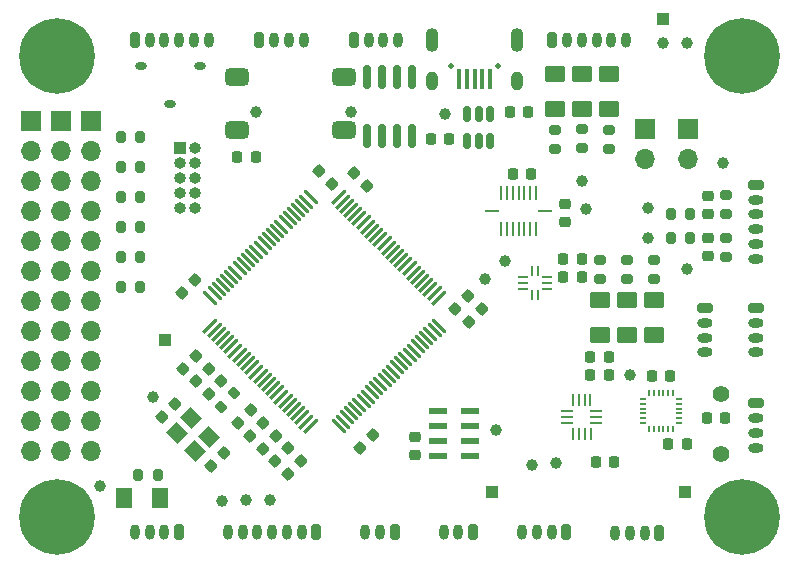
<source format=gts>
G04 #@! TF.GenerationSoftware,KiCad,Pcbnew,7.0.2*
G04 #@! TF.CreationDate,2023-06-10T11:02:38+03:00*
G04 #@! TF.ProjectId,2.0,322e302e-6b69-4636-9164-5f7063625858,2.0*
G04 #@! TF.SameCoordinates,Original*
G04 #@! TF.FileFunction,Soldermask,Top*
G04 #@! TF.FilePolarity,Negative*
%FSLAX46Y46*%
G04 Gerber Fmt 4.6, Leading zero omitted, Abs format (unit mm)*
G04 Created by KiCad (PCBNEW 7.0.2) date 2023-06-10 11:02:38*
%MOMM*%
%LPD*%
G01*
G04 APERTURE LIST*
G04 Aperture macros list*
%AMRoundRect*
0 Rectangle with rounded corners*
0 $1 Rounding radius*
0 $2 $3 $4 $5 $6 $7 $8 $9 X,Y pos of 4 corners*
0 Add a 4 corners polygon primitive as box body*
4,1,4,$2,$3,$4,$5,$6,$7,$8,$9,$2,$3,0*
0 Add four circle primitives for the rounded corners*
1,1,$1+$1,$2,$3*
1,1,$1+$1,$4,$5*
1,1,$1+$1,$6,$7*
1,1,$1+$1,$8,$9*
0 Add four rect primitives between the rounded corners*
20,1,$1+$1,$2,$3,$4,$5,0*
20,1,$1+$1,$4,$5,$6,$7,0*
20,1,$1+$1,$6,$7,$8,$9,0*
20,1,$1+$1,$8,$9,$2,$3,0*%
%AMRotRect*
0 Rectangle, with rotation*
0 The origin of the aperture is its center*
0 $1 length*
0 $2 width*
0 $3 Rotation angle, in degrees counterclockwise*
0 Add horizontal line*
21,1,$1,$2,0,0,$3*%
G04 Aperture macros list end*
%ADD10C,0.500000*%
%ADD11R,0.400000X1.800000*%
%ADD12O,1.090000X2.000000*%
%ADD13O,1.050000X1.600000*%
%ADD14RoundRect,0.200000X0.200000X0.450000X-0.200000X0.450000X-0.200000X-0.450000X0.200000X-0.450000X0*%
%ADD15O,0.800000X1.300000*%
%ADD16RoundRect,0.200000X0.275000X-0.200000X0.275000X0.200000X-0.275000X0.200000X-0.275000X-0.200000X0*%
%ADD17RoundRect,0.200000X-0.200000X-0.450000X0.200000X-0.450000X0.200000X0.450000X-0.200000X0.450000X0*%
%ADD18RoundRect,0.200000X0.200000X0.275000X-0.200000X0.275000X-0.200000X-0.275000X0.200000X-0.275000X0*%
%ADD19C,1.000000*%
%ADD20RoundRect,0.225000X-0.225000X-0.250000X0.225000X-0.250000X0.225000X0.250000X-0.225000X0.250000X0*%
%ADD21R,1.000000X1.000000*%
%ADD22O,1.000000X1.000000*%
%ADD23RoundRect,0.225000X0.017678X-0.335876X0.335876X-0.017678X-0.017678X0.335876X-0.335876X0.017678X0*%
%ADD24RoundRect,0.225000X-0.335876X-0.017678X-0.017678X-0.335876X0.335876X0.017678X0.017678X0.335876X0*%
%ADD25RoundRect,0.200000X-0.450000X0.200000X-0.450000X-0.200000X0.450000X-0.200000X0.450000X0.200000X0*%
%ADD26O,1.300000X0.800000*%
%ADD27RoundRect,0.250001X0.624999X-0.462499X0.624999X0.462499X-0.624999X0.462499X-0.624999X-0.462499X0*%
%ADD28RoundRect,0.225000X0.335876X0.017678X0.017678X0.335876X-0.335876X-0.017678X-0.017678X-0.335876X0*%
%ADD29R,1.700000X1.700000*%
%ADD30O,1.700000X1.700000*%
%ADD31O,1.000000X0.700000*%
%ADD32RoundRect,0.225000X0.225000X0.250000X-0.225000X0.250000X-0.225000X-0.250000X0.225000X-0.250000X0*%
%ADD33C,0.800000*%
%ADD34C,6.400000*%
%ADD35RoundRect,0.375000X0.625000X0.375000X-0.625000X0.375000X-0.625000X-0.375000X0.625000X-0.375000X0*%
%ADD36RoundRect,0.050000X0.050000X-0.225000X0.050000X0.225000X-0.050000X0.225000X-0.050000X-0.225000X0*%
%ADD37RoundRect,0.050000X0.225000X0.050000X-0.225000X0.050000X-0.225000X-0.050000X0.225000X-0.050000X0*%
%ADD38RoundRect,0.250001X-0.462499X-0.624999X0.462499X-0.624999X0.462499X0.624999X-0.462499X0.624999X0*%
%ADD39RoundRect,0.200000X-0.275000X0.200000X-0.275000X-0.200000X0.275000X-0.200000X0.275000X0.200000X0*%
%ADD40RoundRect,0.200000X0.053033X-0.335876X0.335876X-0.053033X-0.053033X0.335876X-0.335876X0.053033X0*%
%ADD41RoundRect,0.075000X-0.459619X-0.565685X0.565685X0.459619X0.459619X0.565685X-0.565685X-0.459619X0*%
%ADD42RoundRect,0.075000X0.459619X-0.565685X0.565685X-0.459619X-0.459619X0.565685X-0.565685X0.459619X0*%
%ADD43RoundRect,0.200000X-0.200000X-0.275000X0.200000X-0.275000X0.200000X0.275000X-0.200000X0.275000X0*%
%ADD44RoundRect,0.225000X-0.017678X0.335876X-0.335876X0.017678X0.017678X-0.335876X0.335876X-0.017678X0*%
%ADD45RoundRect,0.250001X-0.624999X0.462499X-0.624999X-0.462499X0.624999X-0.462499X0.624999X0.462499X0*%
%ADD46RoundRect,0.062500X0.062500X-0.525000X0.062500X0.525000X-0.062500X0.525000X-0.062500X-0.525000X0*%
%ADD47RoundRect,0.062500X-0.525000X-0.062500X0.525000X-0.062500X0.525000X0.062500X-0.525000X0.062500X0*%
%ADD48RoundRect,0.225000X-0.250000X0.225000X-0.250000X-0.225000X0.250000X-0.225000X0.250000X0.225000X0*%
%ADD49RoundRect,0.225000X0.250000X-0.225000X0.250000X0.225000X-0.250000X0.225000X-0.250000X-0.225000X0*%
%ADD50RoundRect,0.062500X-0.062500X0.325000X-0.062500X-0.325000X0.062500X-0.325000X0.062500X0.325000X0*%
%ADD51RoundRect,0.062500X0.325000X0.062500X-0.325000X0.062500X-0.325000X-0.062500X0.325000X-0.062500X0*%
%ADD52C,1.400000*%
%ADD53R,1.500000X0.550000*%
%ADD54R,0.250000X0.975000*%
%ADD55R,0.975000X0.250000*%
%ADD56RotRect,1.400000X1.200000X315.000000*%
%ADD57RoundRect,0.150000X0.150000X-0.825000X0.150000X0.825000X-0.150000X0.825000X-0.150000X-0.825000X0*%
%ADD58RoundRect,0.150000X0.150000X-0.512500X0.150000X0.512500X-0.150000X0.512500X-0.150000X-0.512500X0*%
G04 APERTURE END LIST*
D10*
X111390000Y-60824000D03*
X115390000Y-60824000D03*
D11*
X114690000Y-61924000D03*
X114040000Y-61924000D03*
X113390000Y-61924000D03*
X112740000Y-61924000D03*
X112090000Y-61924000D03*
D12*
X109790000Y-58674000D03*
D13*
X109790000Y-62124000D03*
D12*
X116990000Y-58674000D03*
D13*
X116990000Y-62124000D03*
D14*
X88352000Y-100330000D03*
D15*
X87102000Y-100330000D03*
X85852000Y-100330000D03*
X84602000Y-100330000D03*
D16*
X120142000Y-67881000D03*
X120142000Y-66231000D03*
D17*
X103154000Y-58674000D03*
D15*
X104404000Y-58674000D03*
X105654000Y-58674000D03*
X106904000Y-58674000D03*
D18*
X131635000Y-75398000D03*
X129985000Y-75398000D03*
D19*
X131318000Y-78028800D03*
D20*
X123177000Y-85471000D03*
X124727000Y-85471000D03*
D21*
X88392000Y-67818000D03*
D22*
X89662000Y-67818000D03*
X88392000Y-69088000D03*
X89662000Y-69088000D03*
X88392000Y-70358000D03*
X89662000Y-70358000D03*
X88392000Y-71628000D03*
X89662000Y-71628000D03*
X88392000Y-72898000D03*
X89662000Y-72898000D03*
D20*
X123640500Y-94361000D03*
X125190500Y-94361000D03*
D14*
X129022000Y-100388000D03*
D15*
X127772000Y-100388000D03*
X126522000Y-100388000D03*
X125272000Y-100388000D03*
D20*
X116332000Y-64720000D03*
X117882000Y-64720000D03*
D23*
X86923403Y-90537895D03*
X88019419Y-89441879D03*
D24*
X103147262Y-69935632D03*
X104243278Y-71031648D03*
D19*
X118237000Y-94615000D03*
D25*
X132842000Y-81340000D03*
D26*
X132842000Y-82590000D03*
X132842000Y-83840000D03*
X132842000Y-85090000D03*
D27*
X128524000Y-83620000D03*
X128524000Y-80645000D03*
D19*
X91948000Y-97637600D03*
D17*
X95153000Y-58674000D03*
D15*
X96403000Y-58674000D03*
X97653000Y-58674000D03*
X98903000Y-58674000D03*
D14*
X113254000Y-100330000D03*
D15*
X112004000Y-100330000D03*
X110754000Y-100330000D03*
D28*
X95471618Y-93238336D03*
X94375602Y-92142320D03*
D20*
X123177000Y-86995000D03*
X124727000Y-86995000D03*
D18*
X85069000Y-66852000D03*
X83419000Y-66852000D03*
D14*
X121138000Y-100330000D03*
D15*
X119888000Y-100330000D03*
X118638000Y-100330000D03*
X117388000Y-100330000D03*
D25*
X137160000Y-81340000D03*
D26*
X137160000Y-82590000D03*
X137160000Y-83840000D03*
X137160000Y-85090000D03*
D19*
X86106000Y-88900000D03*
D29*
X80900000Y-65525000D03*
D30*
X80900000Y-68065000D03*
X80900000Y-70605000D03*
X80900000Y-73145000D03*
X80900000Y-75685000D03*
X80900000Y-78225000D03*
X80900000Y-80765000D03*
X80900000Y-83305000D03*
X80900000Y-85845000D03*
X80900000Y-88385000D03*
X80900000Y-90925000D03*
X80900000Y-93465000D03*
D21*
X87122000Y-84074000D03*
D27*
X123952000Y-83620000D03*
X123952000Y-80645000D03*
D19*
X134366000Y-69027000D03*
D31*
X90090000Y-60884000D03*
X87590000Y-64084000D03*
X85090000Y-60884000D03*
D32*
X122431500Y-77216000D03*
X120881500Y-77216000D03*
D20*
X116594000Y-69977000D03*
X118144000Y-69977000D03*
D19*
X115976400Y-77368400D03*
D33*
X133600000Y-99000000D03*
X134302944Y-97302944D03*
X134302944Y-100697056D03*
X136000000Y-96600000D03*
D34*
X136000000Y-99000000D03*
D33*
X136000000Y-101400000D03*
X137697056Y-97302944D03*
X137697056Y-100697056D03*
X138400000Y-99000000D03*
D14*
X99986000Y-100330000D03*
D15*
X98736000Y-100330000D03*
X97486000Y-100330000D03*
X96236000Y-100330000D03*
X94986000Y-100330000D03*
X93736000Y-100330000D03*
X92486000Y-100330000D03*
D33*
X75600000Y-99000000D03*
X76302944Y-97302944D03*
X76302944Y-100697056D03*
X78000000Y-96600000D03*
D34*
X78000000Y-99000000D03*
D33*
X78000000Y-101400000D03*
X79697056Y-97302944D03*
X79697056Y-100697056D03*
X80400000Y-99000000D03*
D35*
X102290000Y-66256400D03*
X93290000Y-66256400D03*
X102290000Y-61756400D03*
X93290000Y-61756400D03*
D23*
X88638844Y-80021803D03*
X89734860Y-78925787D03*
D36*
X128159000Y-91543000D03*
X128559000Y-91543000D03*
X128959000Y-91543000D03*
X129359000Y-91543000D03*
X129759000Y-91543000D03*
X130159000Y-91543000D03*
D37*
X130659000Y-91043000D03*
X130659000Y-90643000D03*
X130659000Y-90243000D03*
X130659000Y-89843000D03*
X130659000Y-89443000D03*
X130659000Y-89043000D03*
D36*
X130159000Y-88543000D03*
X129759000Y-88543000D03*
X129359000Y-88543000D03*
X128959000Y-88543000D03*
X128559000Y-88543000D03*
X128159000Y-88543000D03*
D37*
X127659000Y-89043000D03*
X127659000Y-89443000D03*
X127659000Y-89843000D03*
X127659000Y-90243000D03*
X127659000Y-90643000D03*
X127659000Y-91043000D03*
D38*
X83729500Y-97409000D03*
X86704500Y-97409000D03*
D39*
X134620000Y-75398000D03*
X134620000Y-77048000D03*
D40*
X91873859Y-89729673D03*
X93040585Y-88562947D03*
D41*
X91002703Y-82822653D03*
X91356256Y-83176206D03*
X91709810Y-83529760D03*
X92063363Y-83883313D03*
X92416916Y-84236866D03*
X92770470Y-84590420D03*
X93124023Y-84943973D03*
X93477577Y-85297527D03*
X93831130Y-85651080D03*
X94184683Y-86004633D03*
X94538237Y-86358187D03*
X94891790Y-86711740D03*
X95245343Y-87065294D03*
X95598897Y-87418847D03*
X95952450Y-87772400D03*
X96306004Y-88125954D03*
X96659557Y-88479507D03*
X97013110Y-88833060D03*
X97366664Y-89186614D03*
X97720217Y-89540167D03*
X98073771Y-89893721D03*
X98427324Y-90247274D03*
X98780877Y-90600827D03*
X99134431Y-90954381D03*
X99487984Y-91307934D03*
D42*
X101856792Y-91307934D03*
X102210345Y-90954381D03*
X102563899Y-90600827D03*
X102917452Y-90247274D03*
X103271005Y-89893721D03*
X103624559Y-89540167D03*
X103978112Y-89186614D03*
X104331666Y-88833060D03*
X104685219Y-88479507D03*
X105038772Y-88125954D03*
X105392326Y-87772400D03*
X105745879Y-87418847D03*
X106099433Y-87065294D03*
X106452986Y-86711740D03*
X106806539Y-86358187D03*
X107160093Y-86004633D03*
X107513646Y-85651080D03*
X107867199Y-85297527D03*
X108220753Y-84943973D03*
X108574306Y-84590420D03*
X108927860Y-84236866D03*
X109281413Y-83883313D03*
X109634966Y-83529760D03*
X109988520Y-83176206D03*
X110342073Y-82822653D03*
D41*
X110342073Y-80453845D03*
X109988520Y-80100292D03*
X109634966Y-79746738D03*
X109281413Y-79393185D03*
X108927860Y-79039632D03*
X108574306Y-78686078D03*
X108220753Y-78332525D03*
X107867199Y-77978971D03*
X107513646Y-77625418D03*
X107160093Y-77271865D03*
X106806539Y-76918311D03*
X106452986Y-76564758D03*
X106099433Y-76211204D03*
X105745879Y-75857651D03*
X105392326Y-75504098D03*
X105038772Y-75150544D03*
X104685219Y-74796991D03*
X104331666Y-74443438D03*
X103978112Y-74089884D03*
X103624559Y-73736331D03*
X103271005Y-73382777D03*
X102917452Y-73029224D03*
X102563899Y-72675671D03*
X102210345Y-72322117D03*
X101856792Y-71968564D03*
D42*
X99487984Y-71968564D03*
X99134431Y-72322117D03*
X98780877Y-72675671D03*
X98427324Y-73029224D03*
X98073771Y-73382777D03*
X97720217Y-73736331D03*
X97366664Y-74089884D03*
X97013110Y-74443438D03*
X96659557Y-74796991D03*
X96306004Y-75150544D03*
X95952450Y-75504098D03*
X95598897Y-75857651D03*
X95245343Y-76211204D03*
X94891790Y-76564758D03*
X94538237Y-76918311D03*
X94184683Y-77271865D03*
X93831130Y-77625418D03*
X93477577Y-77978971D03*
X93124023Y-78332525D03*
X92770470Y-78686078D03*
X92416916Y-79039632D03*
X92063363Y-79393185D03*
X91709810Y-79746738D03*
X91356256Y-80100292D03*
X91002703Y-80453845D03*
D24*
X97589686Y-93201143D03*
X98685702Y-94297159D03*
D20*
X109664200Y-67005200D03*
X111214200Y-67005200D03*
D18*
X85069000Y-69392000D03*
X83419000Y-69392000D03*
D14*
X106620000Y-100330000D03*
D15*
X105370000Y-100330000D03*
X104120000Y-100330000D03*
D19*
X115189000Y-91694000D03*
D17*
X119948000Y-58674000D03*
D15*
X121198000Y-58674000D03*
X122448000Y-58674000D03*
X123698000Y-58674000D03*
X124948000Y-58674000D03*
X126198000Y-58674000D03*
D43*
X84900000Y-95504000D03*
X86550000Y-95504000D03*
D16*
X124714000Y-67881000D03*
X124714000Y-66231000D03*
D44*
X104783507Y-92077973D03*
X103687491Y-93173989D03*
D16*
X123952000Y-78893500D03*
X123952000Y-77243500D03*
D32*
X122431500Y-78748000D03*
X120881500Y-78748000D03*
D16*
X122428000Y-67818000D03*
X122428000Y-66168000D03*
D28*
X101292521Y-70801839D03*
X100196505Y-69705823D03*
D45*
X120142000Y-61504500D03*
X120142000Y-64479500D03*
D28*
X96549248Y-92160705D03*
X95453232Y-91064689D03*
D46*
X115594000Y-71637000D03*
X116094000Y-71637000D03*
X116594000Y-71637000D03*
X117094000Y-71637000D03*
X117594000Y-71637000D03*
X118094000Y-71637000D03*
X118594000Y-71637000D03*
D47*
X119359000Y-73152000D03*
D46*
X118594000Y-74667000D03*
X118094000Y-74667000D03*
X117594000Y-74667000D03*
X117094000Y-74667000D03*
X116594000Y-74667000D03*
X116094000Y-74667000D03*
X115594000Y-74667000D03*
D47*
X114829000Y-73152000D03*
D20*
X93290000Y-68529200D03*
X94840000Y-68529200D03*
D44*
X89785065Y-85378138D03*
X88689049Y-86474154D03*
D19*
X131318000Y-58928000D03*
D16*
X128524000Y-78893500D03*
X128524000Y-77243500D03*
D45*
X122428000Y-61504500D03*
X122428000Y-64479500D03*
D21*
X129286000Y-56896000D03*
D48*
X133096000Y-75398000D03*
X133096000Y-76948000D03*
D25*
X137160000Y-70906000D03*
D26*
X137160000Y-72156000D03*
X137160000Y-73406000D03*
X137160000Y-74656000D03*
X137160000Y-75906000D03*
X137160000Y-77156000D03*
D27*
X126238000Y-83620000D03*
X126238000Y-80645000D03*
D49*
X108305600Y-93789800D03*
X108305600Y-92239800D03*
D19*
X122428000Y-70612000D03*
D50*
X118740500Y-78235500D03*
X118240500Y-78235500D03*
D51*
X117482000Y-78748000D03*
X117482000Y-79248000D03*
X117482000Y-79748000D03*
D50*
X118244500Y-80260500D03*
X118744500Y-80260500D03*
D51*
X119507000Y-79748000D03*
X119507000Y-79248000D03*
X119507000Y-78748000D03*
D29*
X127762000Y-66162000D03*
D30*
X127762000Y-68702000D03*
D18*
X85069000Y-77012000D03*
X83419000Y-77012000D03*
D32*
X129934000Y-87122000D03*
X128384000Y-87122000D03*
D16*
X134620000Y-73406000D03*
X134620000Y-71756000D03*
D28*
X90862696Y-88629414D03*
X89766680Y-87533398D03*
X91940326Y-87551783D03*
X90844310Y-86455767D03*
D49*
X121031000Y-74054000D03*
X121031000Y-72504000D03*
D29*
X131445000Y-66157000D03*
D30*
X131445000Y-68697000D03*
D52*
X134239000Y-93726000D03*
X134239000Y-88646000D03*
D19*
X114249200Y-78841600D03*
X128066800Y-75398000D03*
D44*
X94401907Y-89994978D03*
X93305891Y-91090994D03*
D19*
X110871000Y-64897000D03*
D18*
X131635000Y-73406000D03*
X129985000Y-73406000D03*
D21*
X131216400Y-96926400D03*
D19*
X120269000Y-94488000D03*
D33*
X133600000Y-60000000D03*
X134302944Y-58302944D03*
X134302944Y-61697056D03*
X136000000Y-57600000D03*
D34*
X136000000Y-60000000D03*
D33*
X136000000Y-62400000D03*
X137697056Y-58302944D03*
X137697056Y-61697056D03*
X138400000Y-60000000D03*
D29*
X75820000Y-65525000D03*
D30*
X75820000Y-68065000D03*
X75820000Y-70605000D03*
X75820000Y-73145000D03*
X75820000Y-75685000D03*
X75820000Y-78225000D03*
X75820000Y-80765000D03*
X75820000Y-83305000D03*
X75820000Y-85845000D03*
X75820000Y-88385000D03*
X75820000Y-90925000D03*
X75820000Y-93465000D03*
D18*
X85069000Y-71932000D03*
X83419000Y-71932000D03*
D25*
X137160000Y-89408000D03*
D26*
X137160000Y-90658000D03*
X137160000Y-91908000D03*
X137160000Y-93158000D03*
D24*
X96512055Y-94278773D03*
X97608071Y-95374789D03*
D45*
X124714000Y-61504500D03*
X124714000Y-64479500D03*
D44*
X92150337Y-93572797D03*
X91054321Y-94668813D03*
D53*
X110308000Y-90073000D03*
X110308000Y-91323000D03*
X110308000Y-92573000D03*
X110308000Y-93823000D03*
X112958000Y-93823000D03*
X112958000Y-92573000D03*
X112958000Y-91323000D03*
X112958000Y-90073000D03*
D16*
X126238000Y-78893500D03*
X126238000Y-77243500D03*
D19*
X96062800Y-97586800D03*
X94030800Y-97586800D03*
X128066800Y-72847200D03*
X122783600Y-72948800D03*
X81661000Y-96393000D03*
D33*
X75600000Y-60000000D03*
X76302944Y-58302944D03*
X76302944Y-61697056D03*
X78000000Y-57600000D03*
D34*
X78000000Y-60000000D03*
D33*
X78000000Y-62400000D03*
X79697056Y-58302944D03*
X79697056Y-61697056D03*
X80400000Y-60000000D03*
D54*
X121690000Y-92013500D03*
X122190000Y-92013500D03*
X122690000Y-92013500D03*
X123190000Y-92013500D03*
D55*
X123640500Y-91051000D03*
X123640500Y-90551000D03*
X123640500Y-90051000D03*
D54*
X123178000Y-89088500D03*
X122678000Y-89088500D03*
X122178000Y-89088500D03*
X121678000Y-89088500D03*
D55*
X121215500Y-90051000D03*
X121215500Y-90551000D03*
X121215500Y-91051000D03*
D18*
X85069000Y-79552000D03*
X83419000Y-79552000D03*
D56*
X88163670Y-91884227D03*
X89719305Y-93439862D03*
X90921386Y-92237781D03*
X89365751Y-90682146D03*
D23*
X111747802Y-81416926D03*
X112843818Y-80320910D03*
D32*
X131318000Y-92862400D03*
X129768000Y-92862400D03*
D17*
X84602000Y-58674000D03*
D15*
X85852000Y-58674000D03*
X87102000Y-58674000D03*
X88352000Y-58674000D03*
X89602000Y-58674000D03*
X90852000Y-58674000D03*
D23*
X112877758Y-82546882D03*
X113973774Y-81450866D03*
D57*
X104267000Y-66737000D03*
X105537000Y-66737000D03*
X106807000Y-66737000D03*
X108077000Y-66737000D03*
X108077000Y-61787000D03*
X106807000Y-61787000D03*
X105537000Y-61787000D03*
X104267000Y-61787000D03*
D21*
X114808000Y-96926400D03*
D58*
X112765000Y-67177500D03*
X113715000Y-67177500D03*
X114665000Y-67177500D03*
X114665000Y-64902500D03*
X113715000Y-64902500D03*
X112765000Y-64902500D03*
D18*
X85069000Y-74472000D03*
X83419000Y-74472000D03*
D49*
X133096000Y-73406000D03*
X133096000Y-71856000D03*
D19*
X126542800Y-86969600D03*
D29*
X78360000Y-65525000D03*
D30*
X78360000Y-68065000D03*
X78360000Y-70605000D03*
X78360000Y-73145000D03*
X78360000Y-75685000D03*
X78360000Y-78225000D03*
X78360000Y-80765000D03*
X78360000Y-83305000D03*
X78360000Y-85845000D03*
X78360000Y-88385000D03*
X78360000Y-90925000D03*
X78360000Y-93465000D03*
D20*
X133045200Y-90627200D03*
X134595200Y-90627200D03*
D19*
X129286000Y-58928000D03*
X102870000Y-64746500D03*
X94870000Y-64746500D03*
M02*

</source>
